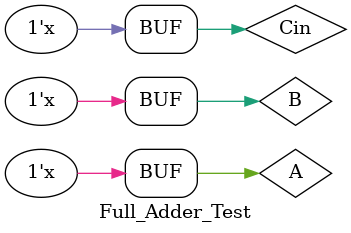
<source format=v>
`timescale 1ns / 1ps

module Full_Adder_Test;
    reg A,B,Cin;
	wire Sum,Cout;

    Full_Adder exp(A,B,Cin,Sum,Cout);
    
    initial
        {A,B,Cin}=3'b0;
        
	always
	begin
		#125;
		{A,B,Cin}={A,B,Cin} + 1'b1;
	end
endmodule

</source>
